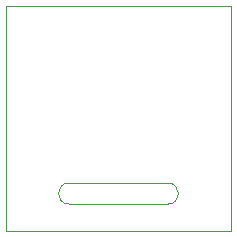
<source format=gm1>
%TF.GenerationSoftware,KiCad,Pcbnew,(5.1.9)-1*%
%TF.CreationDate,2021-09-16T08:42:28+02:00*%
%TF.ProjectId,poly_kb,706f6c79-5f6b-4622-9e6b-696361645f70,rev?*%
%TF.SameCoordinates,Original*%
%TF.FileFunction,Profile,NP*%
%FSLAX46Y46*%
G04 Gerber Fmt 4.6, Leading zero omitted, Abs format (unit mm)*
G04 Created by KiCad (PCBNEW (5.1.9)-1) date 2021-09-16 08:42:28*
%MOMM*%
%LPD*%
G01*
G04 APERTURE LIST*
%TA.AperFunction,Profile*%
%ADD10C,0.050000*%
%TD*%
G04 APERTURE END LIST*
D10*
X274701000Y-122301000D02*
G75*
G02*
X274701000Y-124079000I0J-889000D01*
G01*
X266319000Y-124079000D02*
G75*
G02*
X266319000Y-122301000I0J889000D01*
G01*
X274701000Y-124079000D02*
X266319000Y-124079000D01*
X274701000Y-122301000D02*
X266319000Y-122301000D01*
X280035000Y-126365000D02*
X260985000Y-126365000D01*
X280035000Y-107315000D02*
X260985000Y-107315000D01*
X280035000Y-107315000D02*
X280035000Y-126365000D01*
X260985000Y-107315000D02*
X260985000Y-126365000D01*
M02*

</source>
